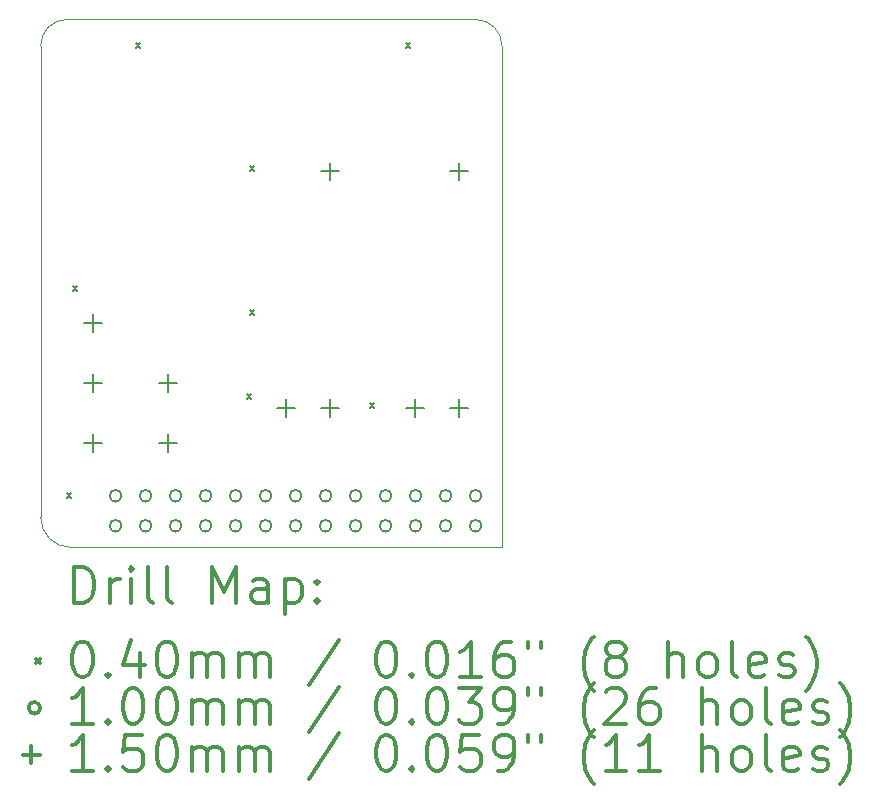
<source format=gbr>
%FSLAX45Y45*%
G04 Gerber Fmt 4.5, Leading zero omitted, Abs format (unit mm)*
G04 Created by KiCad (PCBNEW (5.1.9)-1) date 2021-02-23 11:14:55*
%MOMM*%
%LPD*%
G01*
G04 APERTURE LIST*
%TA.AperFunction,Profile*%
%ADD10C,0.050000*%
%TD*%
%ADD11C,0.200000*%
%ADD12C,0.300000*%
G04 APERTURE END LIST*
D10*
X3492500Y-6532000D02*
G75*
G02*
X3238500Y-6278000I0J254000D01*
G01*
X3238500Y-6223000D02*
X3238500Y-6278000D01*
X3238500Y-2286000D02*
G75*
G02*
X3462000Y-2062500I223500J0D01*
G01*
X3238500Y-2286000D02*
X3238500Y-6223000D01*
X6921500Y-2062500D02*
G75*
G02*
X7145000Y-2286000I0J-223500D01*
G01*
X7145000Y-2286000D02*
X7145000Y-6532000D01*
X3492500Y-6532000D02*
X7145000Y-6532000D01*
X3462000Y-2062500D02*
X6921500Y-2062500D01*
D11*
X3459800Y-6076000D02*
X3499800Y-6116000D01*
X3499800Y-6076000D02*
X3459800Y-6116000D01*
X3510600Y-4323400D02*
X3550600Y-4363400D01*
X3550600Y-4323400D02*
X3510600Y-4363400D01*
X4044000Y-2266000D02*
X4084000Y-2306000D01*
X4084000Y-2266000D02*
X4044000Y-2306000D01*
X4983800Y-5237800D02*
X5023800Y-5277800D01*
X5023800Y-5237800D02*
X4983800Y-5277800D01*
X5009200Y-3307400D02*
X5049200Y-3347400D01*
X5049200Y-3307400D02*
X5009200Y-3347400D01*
X5009200Y-4526600D02*
X5049200Y-4566600D01*
X5049200Y-4526600D02*
X5009200Y-4566600D01*
X6025200Y-5314000D02*
X6065200Y-5354000D01*
X6065200Y-5314000D02*
X6025200Y-5354000D01*
X6330000Y-2266000D02*
X6370000Y-2306000D01*
X6370000Y-2266000D02*
X6330000Y-2306000D01*
X3923500Y-6096000D02*
G75*
G03*
X3923500Y-6096000I-50000J0D01*
G01*
X3923500Y-6350000D02*
G75*
G03*
X3923500Y-6350000I-50000J0D01*
G01*
X4177500Y-6096000D02*
G75*
G03*
X4177500Y-6096000I-50000J0D01*
G01*
X4177500Y-6350000D02*
G75*
G03*
X4177500Y-6350000I-50000J0D01*
G01*
X4431500Y-6096000D02*
G75*
G03*
X4431500Y-6096000I-50000J0D01*
G01*
X4431500Y-6350000D02*
G75*
G03*
X4431500Y-6350000I-50000J0D01*
G01*
X4685500Y-6096000D02*
G75*
G03*
X4685500Y-6096000I-50000J0D01*
G01*
X4685500Y-6350000D02*
G75*
G03*
X4685500Y-6350000I-50000J0D01*
G01*
X4939500Y-6096000D02*
G75*
G03*
X4939500Y-6096000I-50000J0D01*
G01*
X4939500Y-6350000D02*
G75*
G03*
X4939500Y-6350000I-50000J0D01*
G01*
X5193500Y-6096000D02*
G75*
G03*
X5193500Y-6096000I-50000J0D01*
G01*
X5193500Y-6350000D02*
G75*
G03*
X5193500Y-6350000I-50000J0D01*
G01*
X5447500Y-6096000D02*
G75*
G03*
X5447500Y-6096000I-50000J0D01*
G01*
X5447500Y-6350000D02*
G75*
G03*
X5447500Y-6350000I-50000J0D01*
G01*
X5701500Y-6096000D02*
G75*
G03*
X5701500Y-6096000I-50000J0D01*
G01*
X5701500Y-6350000D02*
G75*
G03*
X5701500Y-6350000I-50000J0D01*
G01*
X5955500Y-6096000D02*
G75*
G03*
X5955500Y-6096000I-50000J0D01*
G01*
X5955500Y-6350000D02*
G75*
G03*
X5955500Y-6350000I-50000J0D01*
G01*
X6209500Y-6096000D02*
G75*
G03*
X6209500Y-6096000I-50000J0D01*
G01*
X6209500Y-6350000D02*
G75*
G03*
X6209500Y-6350000I-50000J0D01*
G01*
X6463500Y-6096000D02*
G75*
G03*
X6463500Y-6096000I-50000J0D01*
G01*
X6463500Y-6350000D02*
G75*
G03*
X6463500Y-6350000I-50000J0D01*
G01*
X6717500Y-6096000D02*
G75*
G03*
X6717500Y-6096000I-50000J0D01*
G01*
X6717500Y-6350000D02*
G75*
G03*
X6717500Y-6350000I-50000J0D01*
G01*
X6971500Y-6096000D02*
G75*
G03*
X6971500Y-6096000I-50000J0D01*
G01*
X6971500Y-6350000D02*
G75*
G03*
X6971500Y-6350000I-50000J0D01*
G01*
X3683000Y-4560500D02*
X3683000Y-4710500D01*
X3608000Y-4635500D02*
X3758000Y-4635500D01*
X3683000Y-5068500D02*
X3683000Y-5218500D01*
X3608000Y-5143500D02*
X3758000Y-5143500D01*
X3683000Y-5576500D02*
X3683000Y-5726500D01*
X3608000Y-5651500D02*
X3758000Y-5651500D01*
X4318000Y-5068500D02*
X4318000Y-5218500D01*
X4243000Y-5143500D02*
X4393000Y-5143500D01*
X4318000Y-5576500D02*
X4318000Y-5726500D01*
X4243000Y-5651500D02*
X4393000Y-5651500D01*
X5314600Y-5274800D02*
X5314600Y-5424800D01*
X5239600Y-5349800D02*
X5389600Y-5349800D01*
X5689600Y-3274800D02*
X5689600Y-3424800D01*
X5614600Y-3349800D02*
X5764600Y-3349800D01*
X5689600Y-5274800D02*
X5689600Y-5424800D01*
X5614600Y-5349800D02*
X5764600Y-5349800D01*
X6406800Y-5274800D02*
X6406800Y-5424800D01*
X6331800Y-5349800D02*
X6481800Y-5349800D01*
X6781800Y-3274800D02*
X6781800Y-3424800D01*
X6706800Y-3349800D02*
X6856800Y-3349800D01*
X6781800Y-5274800D02*
X6781800Y-5424800D01*
X6706800Y-5349800D02*
X6856800Y-5349800D01*
D12*
X3522428Y-7000214D02*
X3522428Y-6700214D01*
X3593857Y-6700214D01*
X3636714Y-6714500D01*
X3665286Y-6743071D01*
X3679571Y-6771643D01*
X3693857Y-6828786D01*
X3693857Y-6871643D01*
X3679571Y-6928786D01*
X3665286Y-6957357D01*
X3636714Y-6985929D01*
X3593857Y-7000214D01*
X3522428Y-7000214D01*
X3822428Y-7000214D02*
X3822428Y-6800214D01*
X3822428Y-6857357D02*
X3836714Y-6828786D01*
X3851000Y-6814500D01*
X3879571Y-6800214D01*
X3908143Y-6800214D01*
X4008143Y-7000214D02*
X4008143Y-6800214D01*
X4008143Y-6700214D02*
X3993857Y-6714500D01*
X4008143Y-6728786D01*
X4022428Y-6714500D01*
X4008143Y-6700214D01*
X4008143Y-6728786D01*
X4193857Y-7000214D02*
X4165286Y-6985929D01*
X4151000Y-6957357D01*
X4151000Y-6700214D01*
X4351000Y-7000214D02*
X4322428Y-6985929D01*
X4308143Y-6957357D01*
X4308143Y-6700214D01*
X4693857Y-7000214D02*
X4693857Y-6700214D01*
X4793857Y-6914500D01*
X4893857Y-6700214D01*
X4893857Y-7000214D01*
X5165286Y-7000214D02*
X5165286Y-6843071D01*
X5151000Y-6814500D01*
X5122428Y-6800214D01*
X5065286Y-6800214D01*
X5036714Y-6814500D01*
X5165286Y-6985929D02*
X5136714Y-7000214D01*
X5065286Y-7000214D01*
X5036714Y-6985929D01*
X5022428Y-6957357D01*
X5022428Y-6928786D01*
X5036714Y-6900214D01*
X5065286Y-6885929D01*
X5136714Y-6885929D01*
X5165286Y-6871643D01*
X5308143Y-6800214D02*
X5308143Y-7100214D01*
X5308143Y-6814500D02*
X5336714Y-6800214D01*
X5393857Y-6800214D01*
X5422428Y-6814500D01*
X5436714Y-6828786D01*
X5451000Y-6857357D01*
X5451000Y-6943071D01*
X5436714Y-6971643D01*
X5422428Y-6985929D01*
X5393857Y-7000214D01*
X5336714Y-7000214D01*
X5308143Y-6985929D01*
X5579571Y-6971643D02*
X5593857Y-6985929D01*
X5579571Y-7000214D01*
X5565286Y-6985929D01*
X5579571Y-6971643D01*
X5579571Y-7000214D01*
X5579571Y-6814500D02*
X5593857Y-6828786D01*
X5579571Y-6843071D01*
X5565286Y-6828786D01*
X5579571Y-6814500D01*
X5579571Y-6843071D01*
X3196000Y-7474500D02*
X3236000Y-7514500D01*
X3236000Y-7474500D02*
X3196000Y-7514500D01*
X3579571Y-7330214D02*
X3608143Y-7330214D01*
X3636714Y-7344500D01*
X3651000Y-7358786D01*
X3665286Y-7387357D01*
X3679571Y-7444500D01*
X3679571Y-7515929D01*
X3665286Y-7573071D01*
X3651000Y-7601643D01*
X3636714Y-7615929D01*
X3608143Y-7630214D01*
X3579571Y-7630214D01*
X3551000Y-7615929D01*
X3536714Y-7601643D01*
X3522428Y-7573071D01*
X3508143Y-7515929D01*
X3508143Y-7444500D01*
X3522428Y-7387357D01*
X3536714Y-7358786D01*
X3551000Y-7344500D01*
X3579571Y-7330214D01*
X3808143Y-7601643D02*
X3822428Y-7615929D01*
X3808143Y-7630214D01*
X3793857Y-7615929D01*
X3808143Y-7601643D01*
X3808143Y-7630214D01*
X4079571Y-7430214D02*
X4079571Y-7630214D01*
X4008143Y-7315929D02*
X3936714Y-7530214D01*
X4122428Y-7530214D01*
X4293857Y-7330214D02*
X4322428Y-7330214D01*
X4351000Y-7344500D01*
X4365286Y-7358786D01*
X4379571Y-7387357D01*
X4393857Y-7444500D01*
X4393857Y-7515929D01*
X4379571Y-7573071D01*
X4365286Y-7601643D01*
X4351000Y-7615929D01*
X4322428Y-7630214D01*
X4293857Y-7630214D01*
X4265286Y-7615929D01*
X4251000Y-7601643D01*
X4236714Y-7573071D01*
X4222428Y-7515929D01*
X4222428Y-7444500D01*
X4236714Y-7387357D01*
X4251000Y-7358786D01*
X4265286Y-7344500D01*
X4293857Y-7330214D01*
X4522428Y-7630214D02*
X4522428Y-7430214D01*
X4522428Y-7458786D02*
X4536714Y-7444500D01*
X4565286Y-7430214D01*
X4608143Y-7430214D01*
X4636714Y-7444500D01*
X4651000Y-7473071D01*
X4651000Y-7630214D01*
X4651000Y-7473071D02*
X4665286Y-7444500D01*
X4693857Y-7430214D01*
X4736714Y-7430214D01*
X4765286Y-7444500D01*
X4779571Y-7473071D01*
X4779571Y-7630214D01*
X4922428Y-7630214D02*
X4922428Y-7430214D01*
X4922428Y-7458786D02*
X4936714Y-7444500D01*
X4965286Y-7430214D01*
X5008143Y-7430214D01*
X5036714Y-7444500D01*
X5051000Y-7473071D01*
X5051000Y-7630214D01*
X5051000Y-7473071D02*
X5065286Y-7444500D01*
X5093857Y-7430214D01*
X5136714Y-7430214D01*
X5165286Y-7444500D01*
X5179571Y-7473071D01*
X5179571Y-7630214D01*
X5765286Y-7315929D02*
X5508143Y-7701643D01*
X6151000Y-7330214D02*
X6179571Y-7330214D01*
X6208143Y-7344500D01*
X6222428Y-7358786D01*
X6236714Y-7387357D01*
X6251000Y-7444500D01*
X6251000Y-7515929D01*
X6236714Y-7573071D01*
X6222428Y-7601643D01*
X6208143Y-7615929D01*
X6179571Y-7630214D01*
X6151000Y-7630214D01*
X6122428Y-7615929D01*
X6108143Y-7601643D01*
X6093857Y-7573071D01*
X6079571Y-7515929D01*
X6079571Y-7444500D01*
X6093857Y-7387357D01*
X6108143Y-7358786D01*
X6122428Y-7344500D01*
X6151000Y-7330214D01*
X6379571Y-7601643D02*
X6393857Y-7615929D01*
X6379571Y-7630214D01*
X6365286Y-7615929D01*
X6379571Y-7601643D01*
X6379571Y-7630214D01*
X6579571Y-7330214D02*
X6608143Y-7330214D01*
X6636714Y-7344500D01*
X6651000Y-7358786D01*
X6665286Y-7387357D01*
X6679571Y-7444500D01*
X6679571Y-7515929D01*
X6665286Y-7573071D01*
X6651000Y-7601643D01*
X6636714Y-7615929D01*
X6608143Y-7630214D01*
X6579571Y-7630214D01*
X6551000Y-7615929D01*
X6536714Y-7601643D01*
X6522428Y-7573071D01*
X6508143Y-7515929D01*
X6508143Y-7444500D01*
X6522428Y-7387357D01*
X6536714Y-7358786D01*
X6551000Y-7344500D01*
X6579571Y-7330214D01*
X6965286Y-7630214D02*
X6793857Y-7630214D01*
X6879571Y-7630214D02*
X6879571Y-7330214D01*
X6851000Y-7373071D01*
X6822428Y-7401643D01*
X6793857Y-7415929D01*
X7222428Y-7330214D02*
X7165286Y-7330214D01*
X7136714Y-7344500D01*
X7122428Y-7358786D01*
X7093857Y-7401643D01*
X7079571Y-7458786D01*
X7079571Y-7573071D01*
X7093857Y-7601643D01*
X7108143Y-7615929D01*
X7136714Y-7630214D01*
X7193857Y-7630214D01*
X7222428Y-7615929D01*
X7236714Y-7601643D01*
X7251000Y-7573071D01*
X7251000Y-7501643D01*
X7236714Y-7473071D01*
X7222428Y-7458786D01*
X7193857Y-7444500D01*
X7136714Y-7444500D01*
X7108143Y-7458786D01*
X7093857Y-7473071D01*
X7079571Y-7501643D01*
X7365286Y-7330214D02*
X7365286Y-7387357D01*
X7479571Y-7330214D02*
X7479571Y-7387357D01*
X7922428Y-7744500D02*
X7908143Y-7730214D01*
X7879571Y-7687357D01*
X7865286Y-7658786D01*
X7851000Y-7615929D01*
X7836714Y-7544500D01*
X7836714Y-7487357D01*
X7851000Y-7415929D01*
X7865286Y-7373071D01*
X7879571Y-7344500D01*
X7908143Y-7301643D01*
X7922428Y-7287357D01*
X8079571Y-7458786D02*
X8051000Y-7444500D01*
X8036714Y-7430214D01*
X8022428Y-7401643D01*
X8022428Y-7387357D01*
X8036714Y-7358786D01*
X8051000Y-7344500D01*
X8079571Y-7330214D01*
X8136714Y-7330214D01*
X8165286Y-7344500D01*
X8179571Y-7358786D01*
X8193857Y-7387357D01*
X8193857Y-7401643D01*
X8179571Y-7430214D01*
X8165286Y-7444500D01*
X8136714Y-7458786D01*
X8079571Y-7458786D01*
X8051000Y-7473071D01*
X8036714Y-7487357D01*
X8022428Y-7515929D01*
X8022428Y-7573071D01*
X8036714Y-7601643D01*
X8051000Y-7615929D01*
X8079571Y-7630214D01*
X8136714Y-7630214D01*
X8165286Y-7615929D01*
X8179571Y-7601643D01*
X8193857Y-7573071D01*
X8193857Y-7515929D01*
X8179571Y-7487357D01*
X8165286Y-7473071D01*
X8136714Y-7458786D01*
X8551000Y-7630214D02*
X8551000Y-7330214D01*
X8679571Y-7630214D02*
X8679571Y-7473071D01*
X8665286Y-7444500D01*
X8636714Y-7430214D01*
X8593857Y-7430214D01*
X8565286Y-7444500D01*
X8551000Y-7458786D01*
X8865286Y-7630214D02*
X8836714Y-7615929D01*
X8822428Y-7601643D01*
X8808143Y-7573071D01*
X8808143Y-7487357D01*
X8822428Y-7458786D01*
X8836714Y-7444500D01*
X8865286Y-7430214D01*
X8908143Y-7430214D01*
X8936714Y-7444500D01*
X8951000Y-7458786D01*
X8965286Y-7487357D01*
X8965286Y-7573071D01*
X8951000Y-7601643D01*
X8936714Y-7615929D01*
X8908143Y-7630214D01*
X8865286Y-7630214D01*
X9136714Y-7630214D02*
X9108143Y-7615929D01*
X9093857Y-7587357D01*
X9093857Y-7330214D01*
X9365286Y-7615929D02*
X9336714Y-7630214D01*
X9279571Y-7630214D01*
X9251000Y-7615929D01*
X9236714Y-7587357D01*
X9236714Y-7473071D01*
X9251000Y-7444500D01*
X9279571Y-7430214D01*
X9336714Y-7430214D01*
X9365286Y-7444500D01*
X9379571Y-7473071D01*
X9379571Y-7501643D01*
X9236714Y-7530214D01*
X9493857Y-7615929D02*
X9522428Y-7630214D01*
X9579571Y-7630214D01*
X9608143Y-7615929D01*
X9622428Y-7587357D01*
X9622428Y-7573071D01*
X9608143Y-7544500D01*
X9579571Y-7530214D01*
X9536714Y-7530214D01*
X9508143Y-7515929D01*
X9493857Y-7487357D01*
X9493857Y-7473071D01*
X9508143Y-7444500D01*
X9536714Y-7430214D01*
X9579571Y-7430214D01*
X9608143Y-7444500D01*
X9722428Y-7744500D02*
X9736714Y-7730214D01*
X9765286Y-7687357D01*
X9779571Y-7658786D01*
X9793857Y-7615929D01*
X9808143Y-7544500D01*
X9808143Y-7487357D01*
X9793857Y-7415929D01*
X9779571Y-7373071D01*
X9765286Y-7344500D01*
X9736714Y-7301643D01*
X9722428Y-7287357D01*
X3236000Y-7890500D02*
G75*
G03*
X3236000Y-7890500I-50000J0D01*
G01*
X3679571Y-8026214D02*
X3508143Y-8026214D01*
X3593857Y-8026214D02*
X3593857Y-7726214D01*
X3565286Y-7769071D01*
X3536714Y-7797643D01*
X3508143Y-7811929D01*
X3808143Y-7997643D02*
X3822428Y-8011929D01*
X3808143Y-8026214D01*
X3793857Y-8011929D01*
X3808143Y-7997643D01*
X3808143Y-8026214D01*
X4008143Y-7726214D02*
X4036714Y-7726214D01*
X4065286Y-7740500D01*
X4079571Y-7754786D01*
X4093857Y-7783357D01*
X4108143Y-7840500D01*
X4108143Y-7911929D01*
X4093857Y-7969071D01*
X4079571Y-7997643D01*
X4065286Y-8011929D01*
X4036714Y-8026214D01*
X4008143Y-8026214D01*
X3979571Y-8011929D01*
X3965286Y-7997643D01*
X3951000Y-7969071D01*
X3936714Y-7911929D01*
X3936714Y-7840500D01*
X3951000Y-7783357D01*
X3965286Y-7754786D01*
X3979571Y-7740500D01*
X4008143Y-7726214D01*
X4293857Y-7726214D02*
X4322428Y-7726214D01*
X4351000Y-7740500D01*
X4365286Y-7754786D01*
X4379571Y-7783357D01*
X4393857Y-7840500D01*
X4393857Y-7911929D01*
X4379571Y-7969071D01*
X4365286Y-7997643D01*
X4351000Y-8011929D01*
X4322428Y-8026214D01*
X4293857Y-8026214D01*
X4265286Y-8011929D01*
X4251000Y-7997643D01*
X4236714Y-7969071D01*
X4222428Y-7911929D01*
X4222428Y-7840500D01*
X4236714Y-7783357D01*
X4251000Y-7754786D01*
X4265286Y-7740500D01*
X4293857Y-7726214D01*
X4522428Y-8026214D02*
X4522428Y-7826214D01*
X4522428Y-7854786D02*
X4536714Y-7840500D01*
X4565286Y-7826214D01*
X4608143Y-7826214D01*
X4636714Y-7840500D01*
X4651000Y-7869071D01*
X4651000Y-8026214D01*
X4651000Y-7869071D02*
X4665286Y-7840500D01*
X4693857Y-7826214D01*
X4736714Y-7826214D01*
X4765286Y-7840500D01*
X4779571Y-7869071D01*
X4779571Y-8026214D01*
X4922428Y-8026214D02*
X4922428Y-7826214D01*
X4922428Y-7854786D02*
X4936714Y-7840500D01*
X4965286Y-7826214D01*
X5008143Y-7826214D01*
X5036714Y-7840500D01*
X5051000Y-7869071D01*
X5051000Y-8026214D01*
X5051000Y-7869071D02*
X5065286Y-7840500D01*
X5093857Y-7826214D01*
X5136714Y-7826214D01*
X5165286Y-7840500D01*
X5179571Y-7869071D01*
X5179571Y-8026214D01*
X5765286Y-7711929D02*
X5508143Y-8097643D01*
X6151000Y-7726214D02*
X6179571Y-7726214D01*
X6208143Y-7740500D01*
X6222428Y-7754786D01*
X6236714Y-7783357D01*
X6251000Y-7840500D01*
X6251000Y-7911929D01*
X6236714Y-7969071D01*
X6222428Y-7997643D01*
X6208143Y-8011929D01*
X6179571Y-8026214D01*
X6151000Y-8026214D01*
X6122428Y-8011929D01*
X6108143Y-7997643D01*
X6093857Y-7969071D01*
X6079571Y-7911929D01*
X6079571Y-7840500D01*
X6093857Y-7783357D01*
X6108143Y-7754786D01*
X6122428Y-7740500D01*
X6151000Y-7726214D01*
X6379571Y-7997643D02*
X6393857Y-8011929D01*
X6379571Y-8026214D01*
X6365286Y-8011929D01*
X6379571Y-7997643D01*
X6379571Y-8026214D01*
X6579571Y-7726214D02*
X6608143Y-7726214D01*
X6636714Y-7740500D01*
X6651000Y-7754786D01*
X6665286Y-7783357D01*
X6679571Y-7840500D01*
X6679571Y-7911929D01*
X6665286Y-7969071D01*
X6651000Y-7997643D01*
X6636714Y-8011929D01*
X6608143Y-8026214D01*
X6579571Y-8026214D01*
X6551000Y-8011929D01*
X6536714Y-7997643D01*
X6522428Y-7969071D01*
X6508143Y-7911929D01*
X6508143Y-7840500D01*
X6522428Y-7783357D01*
X6536714Y-7754786D01*
X6551000Y-7740500D01*
X6579571Y-7726214D01*
X6779571Y-7726214D02*
X6965286Y-7726214D01*
X6865286Y-7840500D01*
X6908143Y-7840500D01*
X6936714Y-7854786D01*
X6951000Y-7869071D01*
X6965286Y-7897643D01*
X6965286Y-7969071D01*
X6951000Y-7997643D01*
X6936714Y-8011929D01*
X6908143Y-8026214D01*
X6822428Y-8026214D01*
X6793857Y-8011929D01*
X6779571Y-7997643D01*
X7108143Y-8026214D02*
X7165286Y-8026214D01*
X7193857Y-8011929D01*
X7208143Y-7997643D01*
X7236714Y-7954786D01*
X7251000Y-7897643D01*
X7251000Y-7783357D01*
X7236714Y-7754786D01*
X7222428Y-7740500D01*
X7193857Y-7726214D01*
X7136714Y-7726214D01*
X7108143Y-7740500D01*
X7093857Y-7754786D01*
X7079571Y-7783357D01*
X7079571Y-7854786D01*
X7093857Y-7883357D01*
X7108143Y-7897643D01*
X7136714Y-7911929D01*
X7193857Y-7911929D01*
X7222428Y-7897643D01*
X7236714Y-7883357D01*
X7251000Y-7854786D01*
X7365286Y-7726214D02*
X7365286Y-7783357D01*
X7479571Y-7726214D02*
X7479571Y-7783357D01*
X7922428Y-8140500D02*
X7908143Y-8126214D01*
X7879571Y-8083357D01*
X7865286Y-8054786D01*
X7851000Y-8011929D01*
X7836714Y-7940500D01*
X7836714Y-7883357D01*
X7851000Y-7811929D01*
X7865286Y-7769071D01*
X7879571Y-7740500D01*
X7908143Y-7697643D01*
X7922428Y-7683357D01*
X8022428Y-7754786D02*
X8036714Y-7740500D01*
X8065286Y-7726214D01*
X8136714Y-7726214D01*
X8165286Y-7740500D01*
X8179571Y-7754786D01*
X8193857Y-7783357D01*
X8193857Y-7811929D01*
X8179571Y-7854786D01*
X8008143Y-8026214D01*
X8193857Y-8026214D01*
X8451000Y-7726214D02*
X8393857Y-7726214D01*
X8365286Y-7740500D01*
X8351000Y-7754786D01*
X8322428Y-7797643D01*
X8308143Y-7854786D01*
X8308143Y-7969071D01*
X8322428Y-7997643D01*
X8336714Y-8011929D01*
X8365286Y-8026214D01*
X8422428Y-8026214D01*
X8451000Y-8011929D01*
X8465286Y-7997643D01*
X8479571Y-7969071D01*
X8479571Y-7897643D01*
X8465286Y-7869071D01*
X8451000Y-7854786D01*
X8422428Y-7840500D01*
X8365286Y-7840500D01*
X8336714Y-7854786D01*
X8322428Y-7869071D01*
X8308143Y-7897643D01*
X8836714Y-8026214D02*
X8836714Y-7726214D01*
X8965286Y-8026214D02*
X8965286Y-7869071D01*
X8951000Y-7840500D01*
X8922428Y-7826214D01*
X8879571Y-7826214D01*
X8851000Y-7840500D01*
X8836714Y-7854786D01*
X9151000Y-8026214D02*
X9122428Y-8011929D01*
X9108143Y-7997643D01*
X9093857Y-7969071D01*
X9093857Y-7883357D01*
X9108143Y-7854786D01*
X9122428Y-7840500D01*
X9151000Y-7826214D01*
X9193857Y-7826214D01*
X9222428Y-7840500D01*
X9236714Y-7854786D01*
X9251000Y-7883357D01*
X9251000Y-7969071D01*
X9236714Y-7997643D01*
X9222428Y-8011929D01*
X9193857Y-8026214D01*
X9151000Y-8026214D01*
X9422428Y-8026214D02*
X9393857Y-8011929D01*
X9379571Y-7983357D01*
X9379571Y-7726214D01*
X9651000Y-8011929D02*
X9622428Y-8026214D01*
X9565286Y-8026214D01*
X9536714Y-8011929D01*
X9522428Y-7983357D01*
X9522428Y-7869071D01*
X9536714Y-7840500D01*
X9565286Y-7826214D01*
X9622428Y-7826214D01*
X9651000Y-7840500D01*
X9665286Y-7869071D01*
X9665286Y-7897643D01*
X9522428Y-7926214D01*
X9779571Y-8011929D02*
X9808143Y-8026214D01*
X9865286Y-8026214D01*
X9893857Y-8011929D01*
X9908143Y-7983357D01*
X9908143Y-7969071D01*
X9893857Y-7940500D01*
X9865286Y-7926214D01*
X9822428Y-7926214D01*
X9793857Y-7911929D01*
X9779571Y-7883357D01*
X9779571Y-7869071D01*
X9793857Y-7840500D01*
X9822428Y-7826214D01*
X9865286Y-7826214D01*
X9893857Y-7840500D01*
X10008143Y-8140500D02*
X10022428Y-8126214D01*
X10051000Y-8083357D01*
X10065286Y-8054786D01*
X10079571Y-8011929D01*
X10093857Y-7940500D01*
X10093857Y-7883357D01*
X10079571Y-7811929D01*
X10065286Y-7769071D01*
X10051000Y-7740500D01*
X10022428Y-7697643D01*
X10008143Y-7683357D01*
X3161000Y-8211500D02*
X3161000Y-8361500D01*
X3086000Y-8286500D02*
X3236000Y-8286500D01*
X3679571Y-8422214D02*
X3508143Y-8422214D01*
X3593857Y-8422214D02*
X3593857Y-8122214D01*
X3565286Y-8165071D01*
X3536714Y-8193643D01*
X3508143Y-8207929D01*
X3808143Y-8393643D02*
X3822428Y-8407929D01*
X3808143Y-8422214D01*
X3793857Y-8407929D01*
X3808143Y-8393643D01*
X3808143Y-8422214D01*
X4093857Y-8122214D02*
X3951000Y-8122214D01*
X3936714Y-8265071D01*
X3951000Y-8250786D01*
X3979571Y-8236500D01*
X4051000Y-8236500D01*
X4079571Y-8250786D01*
X4093857Y-8265071D01*
X4108143Y-8293643D01*
X4108143Y-8365071D01*
X4093857Y-8393643D01*
X4079571Y-8407929D01*
X4051000Y-8422214D01*
X3979571Y-8422214D01*
X3951000Y-8407929D01*
X3936714Y-8393643D01*
X4293857Y-8122214D02*
X4322428Y-8122214D01*
X4351000Y-8136500D01*
X4365286Y-8150786D01*
X4379571Y-8179357D01*
X4393857Y-8236500D01*
X4393857Y-8307929D01*
X4379571Y-8365071D01*
X4365286Y-8393643D01*
X4351000Y-8407929D01*
X4322428Y-8422214D01*
X4293857Y-8422214D01*
X4265286Y-8407929D01*
X4251000Y-8393643D01*
X4236714Y-8365071D01*
X4222428Y-8307929D01*
X4222428Y-8236500D01*
X4236714Y-8179357D01*
X4251000Y-8150786D01*
X4265286Y-8136500D01*
X4293857Y-8122214D01*
X4522428Y-8422214D02*
X4522428Y-8222214D01*
X4522428Y-8250786D02*
X4536714Y-8236500D01*
X4565286Y-8222214D01*
X4608143Y-8222214D01*
X4636714Y-8236500D01*
X4651000Y-8265071D01*
X4651000Y-8422214D01*
X4651000Y-8265071D02*
X4665286Y-8236500D01*
X4693857Y-8222214D01*
X4736714Y-8222214D01*
X4765286Y-8236500D01*
X4779571Y-8265071D01*
X4779571Y-8422214D01*
X4922428Y-8422214D02*
X4922428Y-8222214D01*
X4922428Y-8250786D02*
X4936714Y-8236500D01*
X4965286Y-8222214D01*
X5008143Y-8222214D01*
X5036714Y-8236500D01*
X5051000Y-8265071D01*
X5051000Y-8422214D01*
X5051000Y-8265071D02*
X5065286Y-8236500D01*
X5093857Y-8222214D01*
X5136714Y-8222214D01*
X5165286Y-8236500D01*
X5179571Y-8265071D01*
X5179571Y-8422214D01*
X5765286Y-8107929D02*
X5508143Y-8493643D01*
X6151000Y-8122214D02*
X6179571Y-8122214D01*
X6208143Y-8136500D01*
X6222428Y-8150786D01*
X6236714Y-8179357D01*
X6251000Y-8236500D01*
X6251000Y-8307929D01*
X6236714Y-8365071D01*
X6222428Y-8393643D01*
X6208143Y-8407929D01*
X6179571Y-8422214D01*
X6151000Y-8422214D01*
X6122428Y-8407929D01*
X6108143Y-8393643D01*
X6093857Y-8365071D01*
X6079571Y-8307929D01*
X6079571Y-8236500D01*
X6093857Y-8179357D01*
X6108143Y-8150786D01*
X6122428Y-8136500D01*
X6151000Y-8122214D01*
X6379571Y-8393643D02*
X6393857Y-8407929D01*
X6379571Y-8422214D01*
X6365286Y-8407929D01*
X6379571Y-8393643D01*
X6379571Y-8422214D01*
X6579571Y-8122214D02*
X6608143Y-8122214D01*
X6636714Y-8136500D01*
X6651000Y-8150786D01*
X6665286Y-8179357D01*
X6679571Y-8236500D01*
X6679571Y-8307929D01*
X6665286Y-8365071D01*
X6651000Y-8393643D01*
X6636714Y-8407929D01*
X6608143Y-8422214D01*
X6579571Y-8422214D01*
X6551000Y-8407929D01*
X6536714Y-8393643D01*
X6522428Y-8365071D01*
X6508143Y-8307929D01*
X6508143Y-8236500D01*
X6522428Y-8179357D01*
X6536714Y-8150786D01*
X6551000Y-8136500D01*
X6579571Y-8122214D01*
X6951000Y-8122214D02*
X6808143Y-8122214D01*
X6793857Y-8265071D01*
X6808143Y-8250786D01*
X6836714Y-8236500D01*
X6908143Y-8236500D01*
X6936714Y-8250786D01*
X6951000Y-8265071D01*
X6965286Y-8293643D01*
X6965286Y-8365071D01*
X6951000Y-8393643D01*
X6936714Y-8407929D01*
X6908143Y-8422214D01*
X6836714Y-8422214D01*
X6808143Y-8407929D01*
X6793857Y-8393643D01*
X7108143Y-8422214D02*
X7165286Y-8422214D01*
X7193857Y-8407929D01*
X7208143Y-8393643D01*
X7236714Y-8350786D01*
X7251000Y-8293643D01*
X7251000Y-8179357D01*
X7236714Y-8150786D01*
X7222428Y-8136500D01*
X7193857Y-8122214D01*
X7136714Y-8122214D01*
X7108143Y-8136500D01*
X7093857Y-8150786D01*
X7079571Y-8179357D01*
X7079571Y-8250786D01*
X7093857Y-8279357D01*
X7108143Y-8293643D01*
X7136714Y-8307929D01*
X7193857Y-8307929D01*
X7222428Y-8293643D01*
X7236714Y-8279357D01*
X7251000Y-8250786D01*
X7365286Y-8122214D02*
X7365286Y-8179357D01*
X7479571Y-8122214D02*
X7479571Y-8179357D01*
X7922428Y-8536500D02*
X7908143Y-8522214D01*
X7879571Y-8479357D01*
X7865286Y-8450786D01*
X7851000Y-8407929D01*
X7836714Y-8336500D01*
X7836714Y-8279357D01*
X7851000Y-8207929D01*
X7865286Y-8165071D01*
X7879571Y-8136500D01*
X7908143Y-8093643D01*
X7922428Y-8079357D01*
X8193857Y-8422214D02*
X8022428Y-8422214D01*
X8108143Y-8422214D02*
X8108143Y-8122214D01*
X8079571Y-8165071D01*
X8051000Y-8193643D01*
X8022428Y-8207929D01*
X8479571Y-8422214D02*
X8308143Y-8422214D01*
X8393857Y-8422214D02*
X8393857Y-8122214D01*
X8365286Y-8165071D01*
X8336714Y-8193643D01*
X8308143Y-8207929D01*
X8836714Y-8422214D02*
X8836714Y-8122214D01*
X8965286Y-8422214D02*
X8965286Y-8265071D01*
X8951000Y-8236500D01*
X8922428Y-8222214D01*
X8879571Y-8222214D01*
X8851000Y-8236500D01*
X8836714Y-8250786D01*
X9151000Y-8422214D02*
X9122428Y-8407929D01*
X9108143Y-8393643D01*
X9093857Y-8365071D01*
X9093857Y-8279357D01*
X9108143Y-8250786D01*
X9122428Y-8236500D01*
X9151000Y-8222214D01*
X9193857Y-8222214D01*
X9222428Y-8236500D01*
X9236714Y-8250786D01*
X9251000Y-8279357D01*
X9251000Y-8365071D01*
X9236714Y-8393643D01*
X9222428Y-8407929D01*
X9193857Y-8422214D01*
X9151000Y-8422214D01*
X9422428Y-8422214D02*
X9393857Y-8407929D01*
X9379571Y-8379357D01*
X9379571Y-8122214D01*
X9651000Y-8407929D02*
X9622428Y-8422214D01*
X9565286Y-8422214D01*
X9536714Y-8407929D01*
X9522428Y-8379357D01*
X9522428Y-8265071D01*
X9536714Y-8236500D01*
X9565286Y-8222214D01*
X9622428Y-8222214D01*
X9651000Y-8236500D01*
X9665286Y-8265071D01*
X9665286Y-8293643D01*
X9522428Y-8322214D01*
X9779571Y-8407929D02*
X9808143Y-8422214D01*
X9865286Y-8422214D01*
X9893857Y-8407929D01*
X9908143Y-8379357D01*
X9908143Y-8365071D01*
X9893857Y-8336500D01*
X9865286Y-8322214D01*
X9822428Y-8322214D01*
X9793857Y-8307929D01*
X9779571Y-8279357D01*
X9779571Y-8265071D01*
X9793857Y-8236500D01*
X9822428Y-8222214D01*
X9865286Y-8222214D01*
X9893857Y-8236500D01*
X10008143Y-8536500D02*
X10022428Y-8522214D01*
X10051000Y-8479357D01*
X10065286Y-8450786D01*
X10079571Y-8407929D01*
X10093857Y-8336500D01*
X10093857Y-8279357D01*
X10079571Y-8207929D01*
X10065286Y-8165071D01*
X10051000Y-8136500D01*
X10022428Y-8093643D01*
X10008143Y-8079357D01*
M02*

</source>
